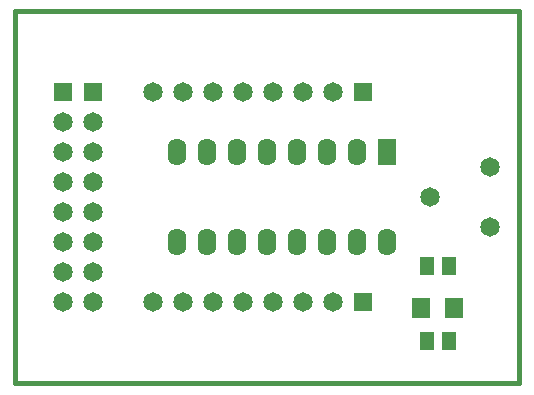
<source format=gts>
G04 (created by PCBNEW (2013-02-09 BZR 3938)-testing) date Sun 10 Feb 2013 01:21:16 PM CET*
%MOIN*%
G04 Gerber Fmt 3.4, Leading zero omitted, Abs format*
%FSLAX34Y34*%
G01*
G70*
G90*
G04 APERTURE LIST*
%ADD10C,2.3622e-06*%
%ADD11C,0.015*%
%ADD12R,0.0649606X0.0649606*%
%ADD13C,0.0649606*%
%ADD14R,0.0511X0.059*%
%ADD15R,0.0629X0.0708*%
%ADD16R,0.062X0.09*%
%ADD17O,0.062X0.09*%
G04 APERTURE END LIST*
G54D10*
G54D11*
X58500Y-29800D02*
X41700Y-29800D01*
X41700Y-17400D02*
X58500Y-17400D01*
X58500Y-29800D02*
X58500Y-17400D01*
X41700Y-17400D02*
X41700Y-29800D01*
G54D12*
X44300Y-20100D03*
G54D13*
X44300Y-21100D03*
X44300Y-22100D03*
X44300Y-23100D03*
X44300Y-24100D03*
X44300Y-25100D03*
X44300Y-26100D03*
X44300Y-27100D03*
G54D12*
X43300Y-20100D03*
G54D13*
X43300Y-21100D03*
X43300Y-22100D03*
X43300Y-23100D03*
X43300Y-24100D03*
X43300Y-25100D03*
X43300Y-26100D03*
X43300Y-27100D03*
G54D12*
X53300Y-20100D03*
G54D13*
X52300Y-20100D03*
X51300Y-20100D03*
X50300Y-20100D03*
X49300Y-20100D03*
X48300Y-20100D03*
X47300Y-20100D03*
X46300Y-20100D03*
G54D12*
X53300Y-27100D03*
G54D13*
X52300Y-27100D03*
X51300Y-27100D03*
X50300Y-27100D03*
X49300Y-27100D03*
X48300Y-27100D03*
X47300Y-27100D03*
X46300Y-27100D03*
G54D14*
X56174Y-25900D03*
X55426Y-25900D03*
G54D15*
X55249Y-27300D03*
X56351Y-27300D03*
G54D14*
X55426Y-28400D03*
X56174Y-28400D03*
G54D13*
X55550Y-23600D03*
X57550Y-22600D03*
X57550Y-24600D03*
G54D16*
X54100Y-22100D03*
G54D17*
X53100Y-22100D03*
X52100Y-22100D03*
X51100Y-22100D03*
X50100Y-22100D03*
X49100Y-22100D03*
X48100Y-22100D03*
X47100Y-22100D03*
X47100Y-25100D03*
X48100Y-25100D03*
X49100Y-25100D03*
X50100Y-25100D03*
X51100Y-25100D03*
X52100Y-25100D03*
X53100Y-25100D03*
X54100Y-25100D03*
M02*

</source>
